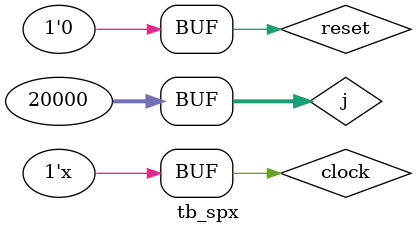
<source format=v>
`timescale 1ns / 1ps


module tb_spx();
   reg clock;
   reg reset;
   wire [31:0] instruction_in;
   wire [31:0] instruction_address;
   wire [31:0] bus_data_rdata;
   
   test_spx dut (
       .clock                   (clock         ),
       .reset                   (reset         ),
       .instruction_in          (instruction_in),
       .instruction_address     (instruction_address),
       .bus_data_rdata          (bus_data_rdata)
       );
   
   always #10 clock = !clock;
   
   integer j;
   
   initial 
   begin
     reset = 1'b1;        
     clock = 1'b0;
   end
   
   initial 
   begin
   #20 reset = 1'b0;
   
   // Execution is aborted if j reaches 500000 cycles (~1ms)
   for(j = 0; j < 20000; j=j+1) begin
     #20; 
     
   end
   
   end

endmodule

</source>
